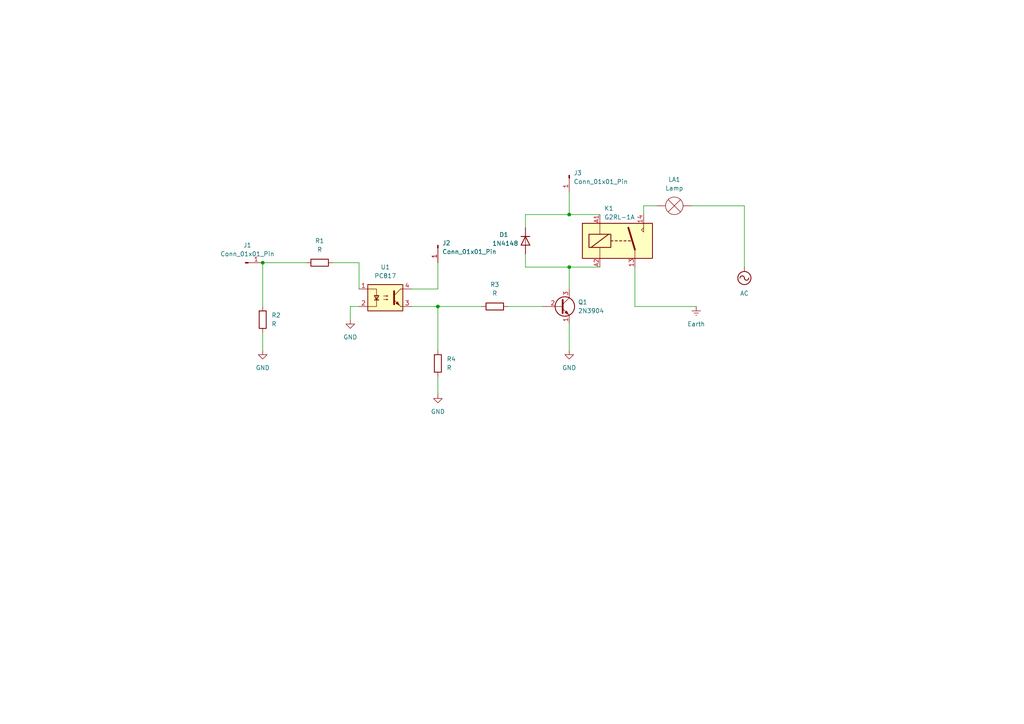
<source format=kicad_sch>
(kicad_sch (version 20231120) (generator "eeschema") (generator_version "8.0")
  (paper "A4")
  (title_block (title "Iluminador") (date "2024-09-17") (rev "Samuel Reyna") (company "Universidad Nacional Autoonoma De Mexico"))
  (lib_symbols
    (symbol "Connector:Conn_01x01_Pin" (pin_names (offset 1.016) hide)
      (property "Reference" "J" (at 0 2.54 0))
      (property "Value" "Conn_01x01_Pin" (at 0 -2.54 0))
      (symbol "Conn_01x01_Pin_1_1"
        (polyline (pts (xy 1.27 0) (xy 0.8636 0)) (stroke (width 0.1524)))
        (rectangle (start 0.8636 0.127) (end 0 -0.127) (stroke (width 0.1524)) (fill (type outline)))
        (pin passive line (at 5.08 0 180) (length 3.81) (name "Pin_1") (number "1"))
      )
    )
    (symbol "Device:Lamp" (pin_numbers hide) (pin_names (offset 0.0254) hide)
      (property "Reference" "LA" (at 0.635 3.81 0))
      (property "Value" "Lamp" (at 0.635 -3.81 0))
      (symbol "Lamp_0_1"
        (polyline (pts (xy -1.778 1.778) (xy 1.778 -1.778)))
        (polyline (pts (xy 1.778 1.778) (xy -1.778 -1.778)))
        (circle (center 0 0) (radius 2.54))
      )
      (symbol "Lamp_1_1"
        (pin passive line (at 0 -5.08 90) (length 2.54) (name "-") (number "1"))
        (pin passive line (at 0 5.08 270) (length 2.54) (name "+") (number "2"))
      )
    )
    (symbol "Device:R" (pin_numbers hide) (pin_names (offset 0))
      (property "Reference" "R" (at 2.032 0 90))
      (property "Value" "R" (at 0 0 90))
      (symbol "R_0_1"
        (rectangle (start -1.016 -2.54) (end 1.016 2.54) (stroke (width 0.254)))
      )
      (symbol "R_1_1"
        (pin passive line (at 0 3.81 270) (length 1.27) (name "~") (number "1"))
        (pin passive line (at 0 -3.81 90) (length 1.27) (name "~") (number "2"))
      )
    )
    (symbol "Diode:1N4148" (pin_numbers hide) (pin_names hide)
      (property "Reference" "D" (at 0 2.54 0))
      (property "Value" "1N4148" (at 0 -2.54 0))
      (symbol "1N4148_0_1"
        (polyline (pts (xy -1.27 1.27) (xy -1.27 -1.27)) (stroke (width 0.254)))
        (polyline (pts (xy 1.27 0) (xy -1.27 0)))
        (polyline (pts (xy 1.27 1.27) (xy 1.27 -1.27) (xy -1.27 0) (xy 1.27 1.27)) (stroke (width 0.254)))
      )
      (symbol "1N4148_1_1"
        (pin passive line (at -3.81 0 0) (length 2.54) (name "K") (number "1"))
        (pin passive line (at 3.81 0 180) (length 2.54) (name "A") (number "2"))
      )
    )
    (symbol "Isolator:PC817" (pin_names (offset 1.016))
      (property "Reference" "U" (at -5.08 5.08 0))
      (property "Value" "PC817" (at 0 5.08 0))
      (symbol "PC817_0_1"
        (rectangle (start -5.08 3.81) (end 5.08 -3.81) (stroke (width 0.254)) (fill (type background)))
        (polyline (pts (xy -3.175 -0.635) (xy -1.905 -0.635)) (stroke (width 0.254)))
        (polyline (pts (xy 2.54 0.635) (xy 4.445 2.54)))
        (polyline (pts (xy 4.445 -2.54) (xy 2.54 -0.635)) (fill (type outline)))
        (polyline (pts (xy 4.445 -2.54) (xy 5.08 -2.54)))
        (polyline (pts (xy 4.445 2.54) (xy 5.08 2.54)))
        (polyline (pts (xy -5.08 2.54) (xy -2.54 2.54) (xy -2.54 -0.635)))
        (polyline (pts (xy -2.54 -0.635) (xy -2.54 -2.54) (xy -5.08 -2.54)))
        (polyline (pts (xy 2.54 1.905) (xy 2.54 -1.905) (xy 2.54 -1.905)) (stroke (width 0.508)))
        (polyline (pts (xy -2.54 -0.635) (xy -3.175 0.635) (xy -1.905 0.635) (xy -2.54 -0.635)) (stroke (width 0.254)))
        (polyline (pts (xy -0.508 -0.508) (xy 0.762 -0.508) (xy 0.381 -0.635) (xy 0.381 -0.381) (xy 0.762 -0.508)))
        (polyline (pts (xy -0.508 0.508) (xy 0.762 0.508) (xy 0.381 0.381) (xy 0.381 0.635) (xy 0.762 0.508)))
        (polyline (pts (xy 3.048 -1.651) (xy 3.556 -1.143) (xy 4.064 -2.159) (xy 3.048 -1.651) (xy 3.048 -1.651)) (fill (type outline)))
      )
      (symbol "PC817_1_1"
        (pin passive line (at -7.62 2.54 0) (length 2.54) (name "~") (number "1"))
        (pin passive line (at -7.62 -2.54 0) (length 2.54) (name "~") (number "2"))
        (pin passive line (at 7.62 -2.54 180) (length 2.54) (name "~") (number "3"))
        (pin passive line (at 7.62 2.54 180) (length 2.54) (name "~") (number "4"))
      )
    )
    (symbol "Relay:G2RL-1A"
      (property "Reference" "K" (at 11.43 3.81 0))
      (property "Value" "G2RL-1A" (at 11.43 1.27 0))
      (symbol "G2RL-1A_0_0"
        (polyline (pts (xy 7.62 5.08) (xy 7.62 2.54) (xy 6.985 3.175) (xy 7.62 3.81)))
      )
      (symbol "G2RL-1A_0_1"
        (rectangle (start -10.16 5.08) (end 10.16 -5.08) (stroke (width 0.254)) (fill (type background)))
        (rectangle (start -8.255 1.905) (end -1.905 -1.905) (stroke (width 0.254)))
        (polyline (pts (xy -7.62 -1.905) (xy -2.54 1.905)) (stroke (width 0.254)))
        (polyline (pts (xy -5.08 -5.08) (xy -5.08 -1.905)))
        (polyline (pts (xy -5.08 5.08) (xy -5.08 1.905)))
        (polyline (pts (xy -1.905 0) (xy -1.27 0)) (stroke (width 0.254)))
        (polyline (pts (xy -0.635 0) (xy 0 0)) (stroke (width 0.254)))
        (polyline (pts (xy 0.635 0) (xy 1.27 0)) (stroke (width 0.254)))
        (polyline (pts (xy 1.905 0) (xy 2.54 0)) (stroke (width 0.254)))
        (polyline (pts (xy 3.175 0) (xy 3.81 0)) (stroke (width 0.254)))
        (polyline (pts (xy 5.08 -2.54) (xy 3.175 3.81)) (stroke (width 0.508)))
        (polyline (pts (xy 5.08 -2.54) (xy 5.08 -5.08)))
      )
      (symbol "G2RL-1A_1_1"
        (pin passive line (at 5.08 -7.62 90) (length 2.54) (name "~") (number "13"))
        (pin passive line (at 7.62 7.62 270) (length 2.54) (name "~") (number "14"))
        (pin passive line (at -5.08 7.62 270) (length 2.54) (name "~") (number "A1"))
        (pin passive line (at -5.08 -7.62 90) (length 2.54) (name "~") (number "A2"))
      )
    )
    (symbol "Transistor_BJT:2N3904" (pin_names (offset 0) hide)
      (property "Reference" "Q" (at 5.08 1.905 0))
      (property "Value" "2N3904" (at 5.08 0 0))
      (symbol "2N3904_0_1"
        (polyline (pts (xy 0.635 0.635) (xy 2.54 2.54)))
        (polyline (pts (xy 0.635 -0.635) (xy 2.54 -2.54) (xy 2.54 -2.54)))
        (polyline (pts (xy 0.635 1.905) (xy 0.635 -1.905) (xy 0.635 -1.905)) (stroke (width 0.508)))
        (polyline (pts (xy 1.27 -1.778) (xy 1.778 -1.27) (xy 2.286 -2.286) (xy 1.27 -1.778) (xy 1.27 -1.778)) (fill (type outline)))
        (circle (center 1.27 0) (radius 2.8194) (stroke (width 0.254)))
      )
      (symbol "2N3904_1_1"
        (pin passive line (at 2.54 -5.08 90) (length 2.54) (name "E") (number "1"))
        (pin passive line (at -5.08 0 0) (length 5.715) (name "B") (number "2"))
        (pin passive line (at 2.54 5.08 270) (length 2.54) (name "C") (number "3"))
      )
    )
    (symbol "power:AC" (power) (pin_numbers hide) (pin_names (offset 0) hide)
      (property "Value" "AC" (at 0 6.35 0))
      (symbol "AC_0_1"
        (polyline (pts (xy 0 0) (xy 0 1.27)))
        (arc (start 0 3.175) (mid -0.635 3.8073) (end -1.27 3.175) (stroke (width 0.254)))
        (arc (start 0 3.175) (mid 0.635 2.5427) (end 1.27 3.175) (stroke (width 0.254)))
        (circle (center 0 3.175) (radius 1.905) (stroke (width 0.254)))
      )
      (symbol "AC_1_1"
        (pin power_in line (at 0 0 90) (length 0) (name "~") (number "1"))
      )
    )
    (symbol "power:Earth" (power) (pin_numbers hide) (pin_names (offset 0) hide)
      (property "Value" "Earth" (at 0 -3.81 0))
      (symbol "Earth_0_1"
        (polyline (pts (xy -0.635 -1.905) (xy 0.635 -1.905)))
        (polyline (pts (xy -0.127 -2.54) (xy 0.127 -2.54)))
        (polyline (pts (xy 0 -1.27) (xy 0 0)))
        (polyline (pts (xy 1.27 -1.27) (xy -1.27 -1.27)))
      )
      (symbol "Earth_1_1"
        (pin power_in line (at 0 0 270) (length 0) (name "~") (number "1"))
      )
    )
    (symbol "power:GND" (power) (pin_numbers hide) (pin_names (offset 0) hide)
      (property "Value" "GND" (at 0 -3.81 0))
      (symbol "GND_0_1"
        (polyline (pts (xy 0 0) (xy 0 -1.27) (xy 1.27 -1.27) (xy 0 -2.54) (xy -1.27 -1.27) (xy 0 -1.27)))
      )
      (symbol "GND_1_1"
        (pin power_in line (at 0 0 270) (length 0) (name "~") (number "1"))
      )
    )
  )
  (junction (at 76.2 76.2))
  (junction (at 165.1 62.23))
  (junction (at 127 88.9))
  (junction (at 165.1 77.47))
  (wire (pts (xy 165.1 62.23) (xy 165.1 55.88)))
  (wire (pts (xy 127 83.82) (xy 119.38 83.82)))
  (wire (pts (xy 76.2 76.2) (xy 76.2 88.9)))
  (wire (pts (xy 127 101.6) (xy 127 88.9)))
  (wire (pts (xy 76.2 96.52) (xy 76.2 101.6)))
  (wire (pts (xy 119.38 88.9) (xy 127 88.9)))
  (wire (pts (xy 165.1 77.47) (xy 152.4 77.47)))
  (wire (pts (xy 104.14 88.9) (xy 101.6 88.9)))
  (wire (pts (xy 165.1 93.98) (xy 165.1 101.6)))
  (wire (pts (xy 104.14 83.82) (xy 104.14 76.2)))
  (wire (pts (xy 173.99 77.47) (xy 165.1 77.47)))
  (wire (pts (xy 152.4 62.23) (xy 165.1 62.23)))
  (wire (pts (xy 147.32 88.9) (xy 157.48 88.9)))
  (wire (pts (xy 104.14 76.2) (xy 96.52 76.2)))
  (wire (pts (xy 215.9 77.47) (xy 215.9 59.69)))
  (wire (pts (xy 127 109.22) (xy 127 114.3)))
  (wire (pts (xy 152.4 77.47) (xy 152.4 73.66)))
  (wire (pts (xy 184.15 88.9) (xy 201.93 88.9)))
  (wire (pts (xy 127 76.2) (xy 127 83.82)))
  (wire (pts (xy 165.1 77.47) (xy 165.1 83.82)))
  (wire (pts (xy 186.69 59.69) (xy 190.5 59.69)))
  (wire (pts (xy 186.69 62.23) (xy 186.69 59.69)))
  (wire (pts (xy 152.4 66.04) (xy 152.4 62.23)))
  (wire (pts (xy 184.15 77.47) (xy 184.15 88.9)))
  (wire (pts (xy 165.1 62.23) (xy 173.99 62.23)))
  (wire (pts (xy 76.2 76.2) (xy 88.9 76.2)))
  (wire (pts (xy 101.6 88.9) (xy 101.6 92.71)))
  (wire (pts (xy 215.9 59.69) (xy 200.66 59.69)))
  (wire (pts (xy 127 88.9) (xy 139.7 88.9)))
  (symbol (lib_id "Device:R") (at 76.2 92.71 180) (unit 1)
    (property "Reference" "R2" (at 78.74 91.4399 0) (effects (justify right)))
    (property "Value" "R" (at 78.74 93.9799 0) (effects (justify right)))
    (property "Description" "Resistor" (effects (hide yes)))
  )
  (symbol (lib_id "Isolator:PC817") (at 111.76 86.36 0) (unit 1)
    (property "Reference" "U1" (at 111.76 77.47 0))
    (property "Value" "PC817" (at 111.76 80.01 0))
    (property "Footprint" "Package_DIP:DIP-4_W7.62mm" (effects (hide yes)))
    (property "Datasheet" "http://www.soselectronic.cz/a_info/resource/d/pc817.pdf" (effects (hide yes)))
    (property "Description" "DC Optocoupler, Vce 35V, CTR 50-300%, DIP-4" (effects (hide yes)))
  )
  (symbol (lib_id "Device:R") (at 127 105.41 180) (unit 1)
    (property "Reference" "R4" (at 129.54 104.1399 0) (effects (justify right)))
    (property "Value" "R" (at 129.54 106.6799 0) (effects (justify right)))
    (property "Description" "Resistor" (effects (hide yes)))
  )
  (symbol (lib_id "Connector:Conn_01x01_Pin") (at 127 71.12 270) (unit 1)
    (property "Reference" "J2" (at 128.27 70.4849 90) (effects (justify left)))
    (property "Value" "Conn_01x01_Pin" (at 128.27 73.0249 90) (effects (justify left)))
    (property "Description" "Generic connector, single row, 01x01, script generated" (effects (hide yes)))
  )
  (symbol (lib_id "Device:Lamp") (at 195.58 59.69 90) (unit 1)
    (property "Reference" "LA1" (at 195.58 52.07 90))
    (property "Value" "Lamp" (at 195.58 54.61 90))
    (property "Description" "Lamp" (effects (hide yes)))
  )
  (symbol (lib_id "power:GND") (at 101.6 92.71 0) (unit 1)
    (property "Reference" "#PWR02" (effects (hide yes)))
    (property "Value" "GND" (at 101.6 97.79 0))
    (property "Description" "Power symbol creates a global label with name \"GND\" , ground" (effects (hide yes)))
  )
  (symbol (lib_id "Connector:Conn_01x01_Pin") (at 71.12 76.2 0) (unit 1)
    (property "Reference" "J1" (at 71.755 71.12 0))
    (property "Value" "Conn_01x01_Pin" (at 71.755 73.66 0))
    (property "Description" "Generic connector, single row, 01x01, script generated" (effects (hide yes)))
  )
  (symbol (lib_id "Connector:Conn_01x01_Pin") (at 165.1 50.8 270) (unit 1)
    (property "Reference" "J3" (at 166.37 50.1649 90) (effects (justify left)))
    (property "Value" "Conn_01x01_Pin" (at 166.37 52.7049 90) (effects (justify left)))
    (property "Description" "Generic connector, single row, 01x01, script generated" (effects (hide yes)))
  )
  (symbol (lib_id "power:AC") (at 215.9 77.47 180) (unit 1)
    (property "Reference" "#PWR05" (effects (hide yes)))
    (property "Value" "AC" (at 215.9 85.09 0))
    (property "Description" "Power symbol creates a global label with name \"AC\"" (effects (hide yes)))
  )
  (symbol (lib_id "Relay:G2RL-1A") (at 179.07 69.85 0) (unit 1)
    (property "Reference" "K1" (at 175.26 60.452 0) (effects (justify left)))
    (property "Value" "G2RL-1A" (at 175.26 62.992 0) (effects (justify left)))
    (property "Footprint" "Relay_THT:Relay_SPST_Omron_G2RL-1A" (effects (hide yes)))
    (property "Datasheet" "https://omronfs.omron.com/en_US/ecb/products/pdf/en-g2rl.pdf" (effects (hide yes)))
    (property "Description" "General Purpose Low Profile Relay SPST Through Hole, Omron G2RL series, Normally Open, 12A 250VAC" (effects (hide yes)))
  )
  (symbol (lib_id "power:GND") (at 165.1 101.6 0) (unit 1)
    (property "Reference" "#PWR04" (effects (hide yes)))
    (property "Value" "GND" (at 165.1 106.68 0))
    (property "Description" "Power symbol creates a global label with name \"GND\" , ground" (effects (hide yes)))
  )
  (symbol (lib_id "Diode:1N4148") (at 152.4 69.85 270) (unit 1)
    (property "Reference" "D1" (at 144.78 68.072 90) (effects (justify left)))
    (property "Value" "1N4148" (at 142.748 70.612 90) (effects (justify left)))
    (property "Footprint" "Diode_THT:D_DO-35_SOD27_P7.62mm_Horizontal" (effects (hide yes)))
    (property "Datasheet" "https://assets.nexperia.com/documents/data-sheet/1N4148_1N4448.pdf" (effects (hide yes)))
    (property "Description" "100V 0.15A standard switching diode, DO-35" (effects (hide yes)))
    (property "Sim.Device" "D" (effects (hide yes)))
    (property "Sim.Pins" "1=K 2=A" (effects (hide yes)))
  )
  (symbol (lib_id "Device:R") (at 143.51 88.9 90) (unit 1)
    (property "Reference" "R3" (at 143.51 82.55 90))
    (property "Value" "R" (at 143.51 85.09 90))
    (property "Description" "Resistor" (effects (hide yes)))
  )
  (symbol (lib_id "Device:R") (at 92.71 76.2 90) (unit 1)
    (property "Reference" "R1" (at 92.71 69.85 90))
    (property "Value" "R" (at 92.71 72.39 90))
    (property "Description" "Resistor" (effects (hide yes)))
  )
  (symbol (lib_id "Transistor_BJT:2N3904") (at 162.56 88.9 0) (unit 1)
    (property "Reference" "Q1" (at 167.64 87.6299 0) (effects (justify left)))
    (property "Value" "2N3904" (at 167.64 90.1699 0) (effects (justify left)))
    (property "Footprint" "Package_TO_SOT_THT:TO-92_Inline" (effects (hide yes)))
    (property "Datasheet" "https://www.onsemi.com/pub/Collateral/2N3903-D.PDF" (effects (hide yes)))
    (property "Description" "0.2A Ic, 40V Vce, Small Signal NPN Transistor, TO-92" (effects (hide yes)))
  )
  (symbol (lib_id "power:Earth") (at 201.93 88.9 0) (unit 1)
    (property "Reference" "#PWR06" (effects (hide yes)))
    (property "Value" "Earth" (at 201.93 93.98 0))
    (property "Description" "Power symbol creates a global label with name \"Earth\"" (effects (hide yes)))
  )
  (symbol (lib_id "power:GND") (at 76.2 101.6 0) (unit 1)
    (property "Reference" "#PWR01" (effects (hide yes)))
    (property "Value" "GND" (at 76.2 106.68 0))
    (property "Description" "Power symbol creates a global label with name \"GND\" , ground" (effects (hide yes)))
  )
  (symbol (lib_id "power:GND") (at 127 114.3 0) (unit 1)
    (property "Reference" "#PWR03" (effects (hide yes)))
    (property "Value" "GND" (at 127 119.38 0))
    (property "Description" "Power symbol creates a global label with name \"GND\" , ground" (effects (hide yes)))
  )
)
</source>
